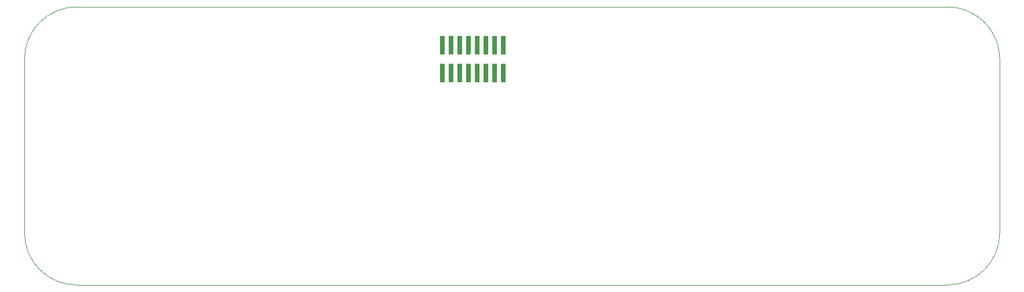
<source format=gtp>
G04*
G04 #@! TF.GenerationSoftware,Altium Limited,Altium Designer,19.1.7 (138)*
G04*
G04 Layer_Color=8421504*
%FSLAX25Y25*%
%MOIN*%
G70*
G01*
G75*
%ADD12C,0.00100*%
%ADD13R,0.02913X0.10984*%
D12*
X130000Y260000D02*
G03*
X100000Y230000I0J-30000D01*
G01*
Y130000D02*
G03*
X130000Y100000I30000J0D01*
G01*
X660000Y230000D02*
G03*
X630000Y260000I-30000J0D01*
G01*
Y100000D02*
G03*
X660000Y130000I0J30000D01*
G01*
X130000Y260000D02*
X630000Y260000D01*
X130000Y100000D02*
X630000Y100000D01*
X660000Y130000D02*
Y230000D01*
X100000Y130000D02*
Y230000D01*
D13*
X375000Y238012D02*
D03*
Y221988D02*
D03*
X370000Y238012D02*
D03*
Y221988D02*
D03*
X365000Y238012D02*
D03*
Y221988D02*
D03*
X360000Y238012D02*
D03*
Y221988D02*
D03*
X355000Y238012D02*
D03*
Y221988D02*
D03*
X350000Y238012D02*
D03*
Y221988D02*
D03*
X345000Y238012D02*
D03*
Y221988D02*
D03*
X340000Y238012D02*
D03*
Y221988D02*
D03*
M02*

</source>
